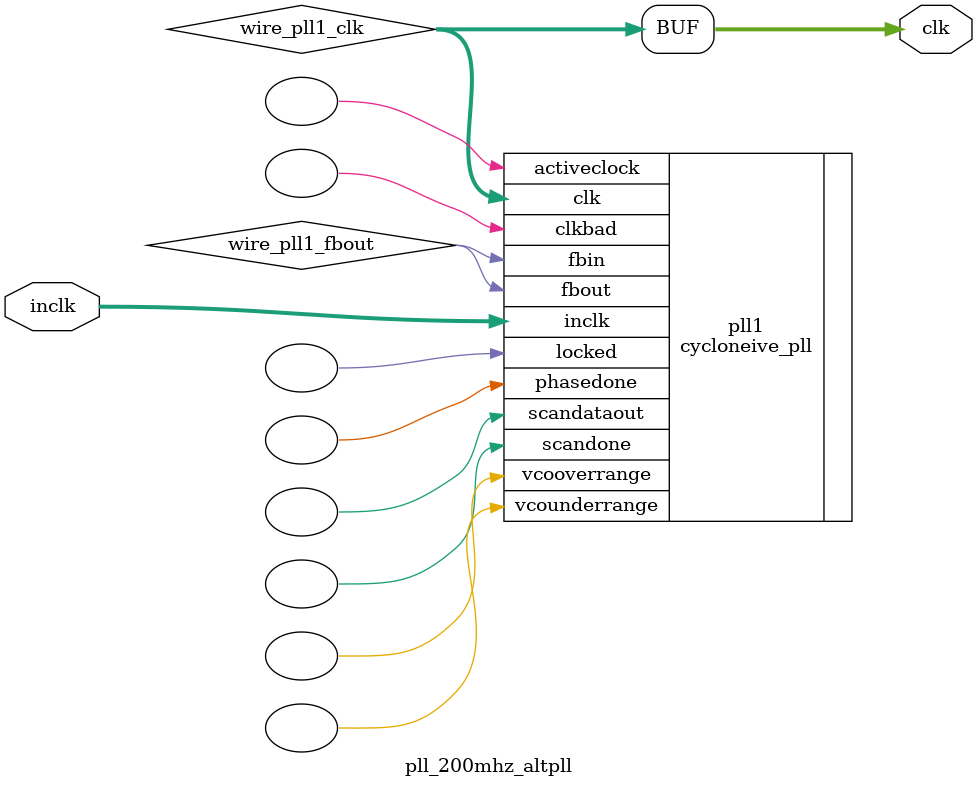
<source format=v>






//synthesis_resources = cycloneive_pll 1 
//synopsys translate_off
`timescale 1 ps / 1 ps
//synopsys translate_on
module  pll_200mhz_altpll
	( 
	clk,
	inclk) /* synthesis synthesis_clearbox=1 */;
	output   [4:0]  clk;
	input   [1:0]  inclk;
`ifndef ALTERA_RESERVED_QIS
// synopsys translate_off
`endif
	tri0   [1:0]  inclk;
`ifndef ALTERA_RESERVED_QIS
// synopsys translate_on
`endif

	wire  [4:0]   wire_pll1_clk;
	wire  wire_pll1_fbout;

	cycloneive_pll   pll1
	( 
	.activeclock(),
	.clk(wire_pll1_clk),
	.clkbad(),
	.fbin(wire_pll1_fbout),
	.fbout(wire_pll1_fbout),
	.inclk(inclk),
	.locked(),
	.phasedone(),
	.scandataout(),
	.scandone(),
	.vcooverrange(),
	.vcounderrange()
	`ifndef FORMAL_VERIFICATION
	// synopsys translate_off
	`endif
	,
	.areset(1'b0),
	.clkswitch(1'b0),
	.configupdate(1'b0),
	.pfdena(1'b1),
	.phasecounterselect({3{1'b0}}),
	.phasestep(1'b0),
	.phaseupdown(1'b0),
	.scanclk(1'b0),
	.scanclkena(1'b1),
	.scandata(1'b0)
	`ifndef FORMAL_VERIFICATION
	// synopsys translate_on
	`endif
	);
	defparam
		pll1.bandwidth_type = "auto",
		pll1.clk0_divide_by = 1,
		pll1.clk0_duty_cycle = 50,
		pll1.clk0_multiply_by = 4,
		pll1.clk0_phase_shift = "0",
		pll1.compensate_clock = "clk0",
		pll1.inclk0_input_frequency = 20000,
		pll1.operation_mode = "normal",
		pll1.pll_type = "auto",
		pll1.lpm_type = "cycloneive_pll";
	assign
		clk = {wire_pll1_clk[4:0]};
endmodule //pll_200mhz_altpll
//VALID FILE

</source>
